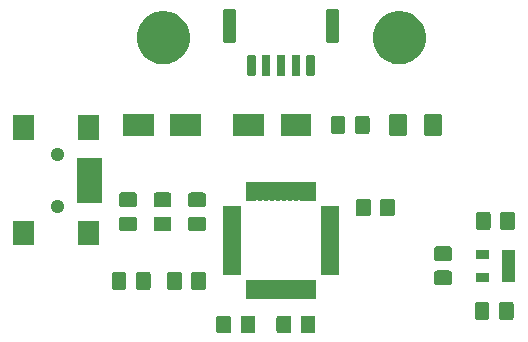
<source format=gbr>
%TF.GenerationSoftware,KiCad,Pcbnew,(6.0.0-rc1-dev-1583-gb0ab53ac2)*%
%TF.CreationDate,2019-01-25T22:49:34+01:00*%
%TF.ProjectId,SliderBar,536c6964-6572-4426-9172-2e6b69636164,rev?*%
%TF.SameCoordinates,Original*%
%TF.FileFunction,Soldermask,Top*%
%TF.FilePolarity,Negative*%
%FSLAX46Y46*%
G04 Gerber Fmt 4.6, Leading zero omitted, Abs format (unit mm)*
G04 Created by KiCad (PCBNEW (6.0.0-rc1-dev-1583-gb0ab53ac2)) date 25/01/19 22:49:34 PM*
%MOMM*%
%LPD*%
G04 APERTURE LIST*
%ADD10C,0.100000*%
G04 APERTURE END LIST*
D10*
G36*
X165064543Y-77358663D02*
G01*
X165102222Y-77370093D01*
X165136939Y-77388650D01*
X165167374Y-77413626D01*
X165192350Y-77444061D01*
X165210907Y-77478778D01*
X165222337Y-77516457D01*
X165226800Y-77561773D01*
X165226800Y-78648227D01*
X165222337Y-78693543D01*
X165210907Y-78731222D01*
X165192350Y-78765939D01*
X165167374Y-78796374D01*
X165136939Y-78821350D01*
X165102222Y-78839907D01*
X165064543Y-78851337D01*
X165019227Y-78855800D01*
X164182773Y-78855800D01*
X164137457Y-78851337D01*
X164099778Y-78839907D01*
X164065061Y-78821350D01*
X164034626Y-78796374D01*
X164009650Y-78765939D01*
X163991093Y-78731222D01*
X163979663Y-78693543D01*
X163975200Y-78648227D01*
X163975200Y-77561773D01*
X163979663Y-77516457D01*
X163991093Y-77478778D01*
X164009650Y-77444061D01*
X164034626Y-77413626D01*
X164065061Y-77388650D01*
X164099778Y-77370093D01*
X164137457Y-77358663D01*
X164182773Y-77354200D01*
X165019227Y-77354200D01*
X165064543Y-77358663D01*
X165064543Y-77358663D01*
G37*
G36*
X163014543Y-77358663D02*
G01*
X163052222Y-77370093D01*
X163086939Y-77388650D01*
X163117374Y-77413626D01*
X163142350Y-77444061D01*
X163160907Y-77478778D01*
X163172337Y-77516457D01*
X163176800Y-77561773D01*
X163176800Y-78648227D01*
X163172337Y-78693543D01*
X163160907Y-78731222D01*
X163142350Y-78765939D01*
X163117374Y-78796374D01*
X163086939Y-78821350D01*
X163052222Y-78839907D01*
X163014543Y-78851337D01*
X162969227Y-78855800D01*
X162132773Y-78855800D01*
X162087457Y-78851337D01*
X162049778Y-78839907D01*
X162015061Y-78821350D01*
X161984626Y-78796374D01*
X161959650Y-78765939D01*
X161941093Y-78731222D01*
X161929663Y-78693543D01*
X161925200Y-78648227D01*
X161925200Y-77561773D01*
X161929663Y-77516457D01*
X161941093Y-77478778D01*
X161959650Y-77444061D01*
X161984626Y-77413626D01*
X162015061Y-77388650D01*
X162049778Y-77370093D01*
X162087457Y-77358663D01*
X162132773Y-77354200D01*
X162969227Y-77354200D01*
X163014543Y-77358663D01*
X163014543Y-77358663D01*
G37*
G36*
X159975543Y-77358663D02*
G01*
X160013222Y-77370093D01*
X160047939Y-77388650D01*
X160078374Y-77413626D01*
X160103350Y-77444061D01*
X160121907Y-77478778D01*
X160133337Y-77516457D01*
X160137800Y-77561773D01*
X160137800Y-78648227D01*
X160133337Y-78693543D01*
X160121907Y-78731222D01*
X160103350Y-78765939D01*
X160078374Y-78796374D01*
X160047939Y-78821350D01*
X160013222Y-78839907D01*
X159975543Y-78851337D01*
X159930227Y-78855800D01*
X159093773Y-78855800D01*
X159048457Y-78851337D01*
X159010778Y-78839907D01*
X158976061Y-78821350D01*
X158945626Y-78796374D01*
X158920650Y-78765939D01*
X158902093Y-78731222D01*
X158890663Y-78693543D01*
X158886200Y-78648227D01*
X158886200Y-77561773D01*
X158890663Y-77516457D01*
X158902093Y-77478778D01*
X158920650Y-77444061D01*
X158945626Y-77413626D01*
X158976061Y-77388650D01*
X159010778Y-77370093D01*
X159048457Y-77358663D01*
X159093773Y-77354200D01*
X159930227Y-77354200D01*
X159975543Y-77358663D01*
X159975543Y-77358663D01*
G37*
G36*
X157925543Y-77358663D02*
G01*
X157963222Y-77370093D01*
X157997939Y-77388650D01*
X158028374Y-77413626D01*
X158053350Y-77444061D01*
X158071907Y-77478778D01*
X158083337Y-77516457D01*
X158087800Y-77561773D01*
X158087800Y-78648227D01*
X158083337Y-78693543D01*
X158071907Y-78731222D01*
X158053350Y-78765939D01*
X158028374Y-78796374D01*
X157997939Y-78821350D01*
X157963222Y-78839907D01*
X157925543Y-78851337D01*
X157880227Y-78855800D01*
X157043773Y-78855800D01*
X156998457Y-78851337D01*
X156960778Y-78839907D01*
X156926061Y-78821350D01*
X156895626Y-78796374D01*
X156870650Y-78765939D01*
X156852093Y-78731222D01*
X156840663Y-78693543D01*
X156836200Y-78648227D01*
X156836200Y-77561773D01*
X156840663Y-77516457D01*
X156852093Y-77478778D01*
X156870650Y-77444061D01*
X156895626Y-77413626D01*
X156926061Y-77388650D01*
X156960778Y-77370093D01*
X156998457Y-77358663D01*
X157043773Y-77354200D01*
X157880227Y-77354200D01*
X157925543Y-77358663D01*
X157925543Y-77358663D01*
G37*
G36*
X181837543Y-76215663D02*
G01*
X181875222Y-76227093D01*
X181909939Y-76245650D01*
X181940374Y-76270626D01*
X181965350Y-76301061D01*
X181983907Y-76335778D01*
X181995337Y-76373457D01*
X181999800Y-76418773D01*
X181999800Y-77505227D01*
X181995337Y-77550543D01*
X181983907Y-77588222D01*
X181965350Y-77622939D01*
X181940374Y-77653374D01*
X181909939Y-77678350D01*
X181875222Y-77696907D01*
X181837543Y-77708337D01*
X181792227Y-77712800D01*
X180955773Y-77712800D01*
X180910457Y-77708337D01*
X180872778Y-77696907D01*
X180838061Y-77678350D01*
X180807626Y-77653374D01*
X180782650Y-77622939D01*
X180764093Y-77588222D01*
X180752663Y-77550543D01*
X180748200Y-77505227D01*
X180748200Y-76418773D01*
X180752663Y-76373457D01*
X180764093Y-76335778D01*
X180782650Y-76301061D01*
X180807626Y-76270626D01*
X180838061Y-76245650D01*
X180872778Y-76227093D01*
X180910457Y-76215663D01*
X180955773Y-76211200D01*
X181792227Y-76211200D01*
X181837543Y-76215663D01*
X181837543Y-76215663D01*
G37*
G36*
X179787543Y-76215663D02*
G01*
X179825222Y-76227093D01*
X179859939Y-76245650D01*
X179890374Y-76270626D01*
X179915350Y-76301061D01*
X179933907Y-76335778D01*
X179945337Y-76373457D01*
X179949800Y-76418773D01*
X179949800Y-77505227D01*
X179945337Y-77550543D01*
X179933907Y-77588222D01*
X179915350Y-77622939D01*
X179890374Y-77653374D01*
X179859939Y-77678350D01*
X179825222Y-77696907D01*
X179787543Y-77708337D01*
X179742227Y-77712800D01*
X178905773Y-77712800D01*
X178860457Y-77708337D01*
X178822778Y-77696907D01*
X178788061Y-77678350D01*
X178757626Y-77653374D01*
X178732650Y-77622939D01*
X178714093Y-77588222D01*
X178702663Y-77550543D01*
X178698200Y-77505227D01*
X178698200Y-76418773D01*
X178702663Y-76373457D01*
X178714093Y-76335778D01*
X178732650Y-76301061D01*
X178757626Y-76270626D01*
X178788061Y-76245650D01*
X178822778Y-76227093D01*
X178860457Y-76215663D01*
X178905773Y-76211200D01*
X179742227Y-76211200D01*
X179787543Y-76215663D01*
X179787543Y-76215663D01*
G37*
G36*
X159726172Y-74368521D02*
G01*
X159733174Y-74370645D01*
X159747072Y-74378074D01*
X159769711Y-74387452D01*
X159793744Y-74392234D01*
X159818248Y-74392234D01*
X159842282Y-74387455D01*
X159864928Y-74378074D01*
X159878826Y-74370645D01*
X159885828Y-74368521D01*
X159899240Y-74367200D01*
X160212760Y-74367200D01*
X160226172Y-74368521D01*
X160233174Y-74370645D01*
X160247072Y-74378074D01*
X160269711Y-74387452D01*
X160293744Y-74392234D01*
X160318248Y-74392234D01*
X160342282Y-74387455D01*
X160364928Y-74378074D01*
X160378826Y-74370645D01*
X160385828Y-74368521D01*
X160399240Y-74367200D01*
X160712760Y-74367200D01*
X160726172Y-74368521D01*
X160733174Y-74370645D01*
X160747072Y-74378074D01*
X160769711Y-74387452D01*
X160793744Y-74392234D01*
X160818248Y-74392234D01*
X160842282Y-74387455D01*
X160864928Y-74378074D01*
X160878826Y-74370645D01*
X160885828Y-74368521D01*
X160899240Y-74367200D01*
X161212760Y-74367200D01*
X161226172Y-74368521D01*
X161233174Y-74370645D01*
X161247072Y-74378074D01*
X161269711Y-74387452D01*
X161293744Y-74392234D01*
X161318248Y-74392234D01*
X161342282Y-74387455D01*
X161364928Y-74378074D01*
X161378826Y-74370645D01*
X161385828Y-74368521D01*
X161399240Y-74367200D01*
X161712760Y-74367200D01*
X161726172Y-74368521D01*
X161733174Y-74370645D01*
X161747072Y-74378074D01*
X161769711Y-74387452D01*
X161793744Y-74392234D01*
X161818248Y-74392234D01*
X161842282Y-74387455D01*
X161864928Y-74378074D01*
X161878826Y-74370645D01*
X161885828Y-74368521D01*
X161899240Y-74367200D01*
X162212760Y-74367200D01*
X162226172Y-74368521D01*
X162233174Y-74370645D01*
X162247072Y-74378074D01*
X162269711Y-74387452D01*
X162293744Y-74392234D01*
X162318248Y-74392234D01*
X162342282Y-74387455D01*
X162364928Y-74378074D01*
X162378826Y-74370645D01*
X162385828Y-74368521D01*
X162399240Y-74367200D01*
X162712760Y-74367200D01*
X162726172Y-74368521D01*
X162733174Y-74370645D01*
X162747072Y-74378074D01*
X162769711Y-74387452D01*
X162793744Y-74392234D01*
X162818248Y-74392234D01*
X162842282Y-74387455D01*
X162864928Y-74378074D01*
X162878826Y-74370645D01*
X162885828Y-74368521D01*
X162899240Y-74367200D01*
X163212760Y-74367200D01*
X163226172Y-74368521D01*
X163233174Y-74370645D01*
X163247072Y-74378074D01*
X163269711Y-74387452D01*
X163293744Y-74392234D01*
X163318248Y-74392234D01*
X163342282Y-74387455D01*
X163364928Y-74378074D01*
X163378826Y-74370645D01*
X163385828Y-74368521D01*
X163399240Y-74367200D01*
X163712760Y-74367200D01*
X163726172Y-74368521D01*
X163733174Y-74370645D01*
X163747072Y-74378074D01*
X163769711Y-74387452D01*
X163793744Y-74392234D01*
X163818248Y-74392234D01*
X163842282Y-74387455D01*
X163864928Y-74378074D01*
X163878826Y-74370645D01*
X163885828Y-74368521D01*
X163899240Y-74367200D01*
X164212760Y-74367200D01*
X164226172Y-74368521D01*
X164233174Y-74370645D01*
X164247072Y-74378074D01*
X164269711Y-74387452D01*
X164293744Y-74392234D01*
X164318248Y-74392234D01*
X164342282Y-74387455D01*
X164364928Y-74378074D01*
X164378826Y-74370645D01*
X164385828Y-74368521D01*
X164399240Y-74367200D01*
X164712760Y-74367200D01*
X164726172Y-74368521D01*
X164733174Y-74370645D01*
X164747072Y-74378074D01*
X164769711Y-74387452D01*
X164793744Y-74392234D01*
X164818248Y-74392234D01*
X164842282Y-74387455D01*
X164864928Y-74378074D01*
X164878826Y-74370645D01*
X164885828Y-74368521D01*
X164899240Y-74367200D01*
X165212760Y-74367200D01*
X165226172Y-74368521D01*
X165233175Y-74370645D01*
X165239619Y-74374090D01*
X165245272Y-74378728D01*
X165249910Y-74384381D01*
X165253355Y-74390825D01*
X165255479Y-74397828D01*
X165256800Y-74411240D01*
X165256800Y-75899760D01*
X165255479Y-75913172D01*
X165253355Y-75920175D01*
X165249910Y-75926619D01*
X165245272Y-75932272D01*
X165239619Y-75936910D01*
X165233175Y-75940355D01*
X165226172Y-75942479D01*
X165212760Y-75943800D01*
X164899240Y-75943800D01*
X164885828Y-75942479D01*
X164878826Y-75940355D01*
X164864928Y-75932926D01*
X164842289Y-75923548D01*
X164818256Y-75918766D01*
X164793752Y-75918766D01*
X164769718Y-75923545D01*
X164747072Y-75932926D01*
X164733174Y-75940355D01*
X164726172Y-75942479D01*
X164712760Y-75943800D01*
X164399240Y-75943800D01*
X164385828Y-75942479D01*
X164378826Y-75940355D01*
X164364928Y-75932926D01*
X164342289Y-75923548D01*
X164318256Y-75918766D01*
X164293752Y-75918766D01*
X164269718Y-75923545D01*
X164247072Y-75932926D01*
X164233174Y-75940355D01*
X164226172Y-75942479D01*
X164212760Y-75943800D01*
X163899240Y-75943800D01*
X163885828Y-75942479D01*
X163878826Y-75940355D01*
X163864928Y-75932926D01*
X163842289Y-75923548D01*
X163818256Y-75918766D01*
X163793752Y-75918766D01*
X163769718Y-75923545D01*
X163747072Y-75932926D01*
X163733174Y-75940355D01*
X163726172Y-75942479D01*
X163712760Y-75943800D01*
X163399240Y-75943800D01*
X163385828Y-75942479D01*
X163378826Y-75940355D01*
X163364928Y-75932926D01*
X163342289Y-75923548D01*
X163318256Y-75918766D01*
X163293752Y-75918766D01*
X163269718Y-75923545D01*
X163247072Y-75932926D01*
X163233174Y-75940355D01*
X163226172Y-75942479D01*
X163212760Y-75943800D01*
X162899240Y-75943800D01*
X162885828Y-75942479D01*
X162878826Y-75940355D01*
X162864928Y-75932926D01*
X162842289Y-75923548D01*
X162818256Y-75918766D01*
X162793752Y-75918766D01*
X162769718Y-75923545D01*
X162747072Y-75932926D01*
X162733174Y-75940355D01*
X162726172Y-75942479D01*
X162712760Y-75943800D01*
X162399240Y-75943800D01*
X162385828Y-75942479D01*
X162378826Y-75940355D01*
X162364928Y-75932926D01*
X162342289Y-75923548D01*
X162318256Y-75918766D01*
X162293752Y-75918766D01*
X162269718Y-75923545D01*
X162247072Y-75932926D01*
X162233174Y-75940355D01*
X162226172Y-75942479D01*
X162212760Y-75943800D01*
X161899240Y-75943800D01*
X161885828Y-75942479D01*
X161878826Y-75940355D01*
X161864928Y-75932926D01*
X161842289Y-75923548D01*
X161818256Y-75918766D01*
X161793752Y-75918766D01*
X161769718Y-75923545D01*
X161747072Y-75932926D01*
X161733174Y-75940355D01*
X161726172Y-75942479D01*
X161712760Y-75943800D01*
X161399240Y-75943800D01*
X161385828Y-75942479D01*
X161378826Y-75940355D01*
X161364928Y-75932926D01*
X161342289Y-75923548D01*
X161318256Y-75918766D01*
X161293752Y-75918766D01*
X161269718Y-75923545D01*
X161247072Y-75932926D01*
X161233174Y-75940355D01*
X161226172Y-75942479D01*
X161212760Y-75943800D01*
X160899240Y-75943800D01*
X160885828Y-75942479D01*
X160878826Y-75940355D01*
X160864928Y-75932926D01*
X160842289Y-75923548D01*
X160818256Y-75918766D01*
X160793752Y-75918766D01*
X160769718Y-75923545D01*
X160747072Y-75932926D01*
X160733174Y-75940355D01*
X160726172Y-75942479D01*
X160712760Y-75943800D01*
X160399240Y-75943800D01*
X160385828Y-75942479D01*
X160378826Y-75940355D01*
X160364928Y-75932926D01*
X160342289Y-75923548D01*
X160318256Y-75918766D01*
X160293752Y-75918766D01*
X160269718Y-75923545D01*
X160247072Y-75932926D01*
X160233174Y-75940355D01*
X160226172Y-75942479D01*
X160212760Y-75943800D01*
X159899240Y-75943800D01*
X159885828Y-75942479D01*
X159878826Y-75940355D01*
X159864928Y-75932926D01*
X159842289Y-75923548D01*
X159818256Y-75918766D01*
X159793752Y-75918766D01*
X159769718Y-75923545D01*
X159747072Y-75932926D01*
X159733174Y-75940355D01*
X159726172Y-75942479D01*
X159712760Y-75943800D01*
X159399240Y-75943800D01*
X159385828Y-75942479D01*
X159378825Y-75940355D01*
X159372381Y-75936910D01*
X159366728Y-75932272D01*
X159362090Y-75926619D01*
X159358645Y-75920175D01*
X159356521Y-75913172D01*
X159355200Y-75899760D01*
X159355200Y-74411240D01*
X159356521Y-74397828D01*
X159358645Y-74390825D01*
X159362090Y-74384381D01*
X159366728Y-74378728D01*
X159372381Y-74374090D01*
X159378825Y-74370645D01*
X159385828Y-74368521D01*
X159399240Y-74367200D01*
X159712760Y-74367200D01*
X159726172Y-74368521D01*
X159726172Y-74368521D01*
G37*
G36*
X151103543Y-73675663D02*
G01*
X151141222Y-73687093D01*
X151175939Y-73705650D01*
X151206374Y-73730626D01*
X151231350Y-73761061D01*
X151249907Y-73795778D01*
X151261337Y-73833457D01*
X151265800Y-73878773D01*
X151265800Y-74965227D01*
X151261337Y-75010543D01*
X151249907Y-75048222D01*
X151231350Y-75082939D01*
X151206374Y-75113374D01*
X151175939Y-75138350D01*
X151141222Y-75156907D01*
X151103543Y-75168337D01*
X151058227Y-75172800D01*
X150221773Y-75172800D01*
X150176457Y-75168337D01*
X150138778Y-75156907D01*
X150104061Y-75138350D01*
X150073626Y-75113374D01*
X150048650Y-75082939D01*
X150030093Y-75048222D01*
X150018663Y-75010543D01*
X150014200Y-74965227D01*
X150014200Y-73878773D01*
X150018663Y-73833457D01*
X150030093Y-73795778D01*
X150048650Y-73761061D01*
X150073626Y-73730626D01*
X150104061Y-73705650D01*
X150138778Y-73687093D01*
X150176457Y-73675663D01*
X150221773Y-73671200D01*
X151058227Y-73671200D01*
X151103543Y-73675663D01*
X151103543Y-73675663D01*
G37*
G36*
X149053543Y-73675663D02*
G01*
X149091222Y-73687093D01*
X149125939Y-73705650D01*
X149156374Y-73730626D01*
X149181350Y-73761061D01*
X149199907Y-73795778D01*
X149211337Y-73833457D01*
X149215800Y-73878773D01*
X149215800Y-74965227D01*
X149211337Y-75010543D01*
X149199907Y-75048222D01*
X149181350Y-75082939D01*
X149156374Y-75113374D01*
X149125939Y-75138350D01*
X149091222Y-75156907D01*
X149053543Y-75168337D01*
X149008227Y-75172800D01*
X148171773Y-75172800D01*
X148126457Y-75168337D01*
X148088778Y-75156907D01*
X148054061Y-75138350D01*
X148023626Y-75113374D01*
X147998650Y-75082939D01*
X147980093Y-75048222D01*
X147968663Y-75010543D01*
X147964200Y-74965227D01*
X147964200Y-73878773D01*
X147968663Y-73833457D01*
X147980093Y-73795778D01*
X147998650Y-73761061D01*
X148023626Y-73730626D01*
X148054061Y-73705650D01*
X148088778Y-73687093D01*
X148126457Y-73675663D01*
X148171773Y-73671200D01*
X149008227Y-73671200D01*
X149053543Y-73675663D01*
X149053543Y-73675663D01*
G37*
G36*
X155793543Y-73675663D02*
G01*
X155831222Y-73687093D01*
X155865939Y-73705650D01*
X155896374Y-73730626D01*
X155921350Y-73761061D01*
X155939907Y-73795778D01*
X155951337Y-73833457D01*
X155955800Y-73878773D01*
X155955800Y-74965227D01*
X155951337Y-75010543D01*
X155939907Y-75048222D01*
X155921350Y-75082939D01*
X155896374Y-75113374D01*
X155865939Y-75138350D01*
X155831222Y-75156907D01*
X155793543Y-75168337D01*
X155748227Y-75172800D01*
X154911773Y-75172800D01*
X154866457Y-75168337D01*
X154828778Y-75156907D01*
X154794061Y-75138350D01*
X154763626Y-75113374D01*
X154738650Y-75082939D01*
X154720093Y-75048222D01*
X154708663Y-75010543D01*
X154704200Y-74965227D01*
X154704200Y-73878773D01*
X154708663Y-73833457D01*
X154720093Y-73795778D01*
X154738650Y-73761061D01*
X154763626Y-73730626D01*
X154794061Y-73705650D01*
X154828778Y-73687093D01*
X154866457Y-73675663D01*
X154911773Y-73671200D01*
X155748227Y-73671200D01*
X155793543Y-73675663D01*
X155793543Y-73675663D01*
G37*
G36*
X153743543Y-73675663D02*
G01*
X153781222Y-73687093D01*
X153815939Y-73705650D01*
X153846374Y-73730626D01*
X153871350Y-73761061D01*
X153889907Y-73795778D01*
X153901337Y-73833457D01*
X153905800Y-73878773D01*
X153905800Y-74965227D01*
X153901337Y-75010543D01*
X153889907Y-75048222D01*
X153871350Y-75082939D01*
X153846374Y-75113374D01*
X153815939Y-75138350D01*
X153781222Y-75156907D01*
X153743543Y-75168337D01*
X153698227Y-75172800D01*
X152861773Y-75172800D01*
X152816457Y-75168337D01*
X152778778Y-75156907D01*
X152744061Y-75138350D01*
X152713626Y-75113374D01*
X152688650Y-75082939D01*
X152670093Y-75048222D01*
X152658663Y-75010543D01*
X152654200Y-74965227D01*
X152654200Y-73878773D01*
X152658663Y-73833457D01*
X152670093Y-73795778D01*
X152688650Y-73761061D01*
X152713626Y-73730626D01*
X152744061Y-73705650D01*
X152778778Y-73687093D01*
X152816457Y-73675663D01*
X152861773Y-73671200D01*
X153698227Y-73671200D01*
X153743543Y-73675663D01*
X153743543Y-73675663D01*
G37*
G36*
X176610543Y-73546662D02*
G01*
X176648222Y-73558092D01*
X176682939Y-73576649D01*
X176713374Y-73601625D01*
X176738350Y-73632060D01*
X176756907Y-73666777D01*
X176768337Y-73704456D01*
X176772800Y-73749772D01*
X176772800Y-74586226D01*
X176768337Y-74631542D01*
X176756907Y-74669221D01*
X176738350Y-74703938D01*
X176713374Y-74734373D01*
X176682939Y-74759349D01*
X176648222Y-74777906D01*
X176610543Y-74789336D01*
X176565227Y-74793799D01*
X175478773Y-74793799D01*
X175433457Y-74789336D01*
X175395778Y-74777906D01*
X175361061Y-74759349D01*
X175330626Y-74734373D01*
X175305650Y-74703938D01*
X175287093Y-74669221D01*
X175275663Y-74631542D01*
X175271200Y-74586226D01*
X175271200Y-73749772D01*
X175275663Y-73704456D01*
X175287093Y-73666777D01*
X175305650Y-73632060D01*
X175330626Y-73601625D01*
X175361061Y-73576649D01*
X175395778Y-73558092D01*
X175433457Y-73546662D01*
X175478773Y-73542199D01*
X176565227Y-73542199D01*
X176610543Y-73546662D01*
X176610543Y-73546662D01*
G37*
G36*
X179947800Y-74477800D02*
G01*
X178786200Y-74477800D01*
X178786200Y-73726200D01*
X179947800Y-73726200D01*
X179947800Y-74477800D01*
X179947800Y-74477800D01*
G37*
G36*
X182147800Y-74477800D02*
G01*
X180986200Y-74477800D01*
X180986200Y-71826200D01*
X182147800Y-71826200D01*
X182147800Y-74477800D01*
X182147800Y-74477800D01*
G37*
G36*
X167226172Y-68043521D02*
G01*
X167233175Y-68045645D01*
X167239619Y-68049090D01*
X167245272Y-68053728D01*
X167249910Y-68059381D01*
X167253355Y-68065825D01*
X167255479Y-68072828D01*
X167256800Y-68086240D01*
X167256800Y-68399760D01*
X167255479Y-68413172D01*
X167253355Y-68420174D01*
X167245926Y-68434072D01*
X167236548Y-68456711D01*
X167231766Y-68480744D01*
X167231766Y-68505248D01*
X167236545Y-68529282D01*
X167245926Y-68551928D01*
X167253355Y-68565826D01*
X167255479Y-68572828D01*
X167256800Y-68586240D01*
X167256800Y-68899760D01*
X167255479Y-68913172D01*
X167253355Y-68920174D01*
X167245926Y-68934072D01*
X167236548Y-68956711D01*
X167231766Y-68980744D01*
X167231766Y-69005248D01*
X167236545Y-69029282D01*
X167245926Y-69051928D01*
X167253355Y-69065826D01*
X167255479Y-69072828D01*
X167256800Y-69086240D01*
X167256800Y-69399760D01*
X167255479Y-69413172D01*
X167253355Y-69420174D01*
X167245926Y-69434072D01*
X167236548Y-69456711D01*
X167231766Y-69480744D01*
X167231766Y-69505248D01*
X167236545Y-69529282D01*
X167245926Y-69551928D01*
X167253355Y-69565826D01*
X167255479Y-69572828D01*
X167256800Y-69586240D01*
X167256800Y-69899760D01*
X167255479Y-69913172D01*
X167253355Y-69920174D01*
X167245926Y-69934072D01*
X167236548Y-69956711D01*
X167231766Y-69980744D01*
X167231766Y-70005248D01*
X167236545Y-70029282D01*
X167245926Y-70051928D01*
X167253355Y-70065826D01*
X167255479Y-70072828D01*
X167256800Y-70086240D01*
X167256800Y-70399760D01*
X167255479Y-70413172D01*
X167253355Y-70420174D01*
X167245926Y-70434072D01*
X167236548Y-70456711D01*
X167231766Y-70480744D01*
X167231766Y-70505248D01*
X167236545Y-70529282D01*
X167245926Y-70551928D01*
X167253355Y-70565826D01*
X167255479Y-70572828D01*
X167256800Y-70586240D01*
X167256800Y-70899760D01*
X167255479Y-70913172D01*
X167253355Y-70920174D01*
X167245926Y-70934072D01*
X167236548Y-70956711D01*
X167231766Y-70980744D01*
X167231766Y-71005248D01*
X167236545Y-71029282D01*
X167245926Y-71051928D01*
X167253355Y-71065826D01*
X167255479Y-71072828D01*
X167256800Y-71086240D01*
X167256800Y-71399760D01*
X167255479Y-71413172D01*
X167253355Y-71420174D01*
X167245926Y-71434072D01*
X167236548Y-71456711D01*
X167231766Y-71480744D01*
X167231766Y-71505248D01*
X167236545Y-71529282D01*
X167245926Y-71551928D01*
X167253355Y-71565826D01*
X167255479Y-71572828D01*
X167256800Y-71586240D01*
X167256800Y-71899760D01*
X167255479Y-71913172D01*
X167253355Y-71920174D01*
X167245926Y-71934072D01*
X167236548Y-71956711D01*
X167231766Y-71980744D01*
X167231766Y-72005248D01*
X167236545Y-72029282D01*
X167245926Y-72051928D01*
X167253355Y-72065826D01*
X167255479Y-72072828D01*
X167256800Y-72086240D01*
X167256800Y-72399760D01*
X167255479Y-72413172D01*
X167253355Y-72420174D01*
X167245926Y-72434072D01*
X167236548Y-72456711D01*
X167231766Y-72480744D01*
X167231766Y-72505248D01*
X167236545Y-72529282D01*
X167245926Y-72551928D01*
X167253355Y-72565826D01*
X167255479Y-72572828D01*
X167256800Y-72586240D01*
X167256800Y-72899760D01*
X167255479Y-72913172D01*
X167253355Y-72920174D01*
X167245926Y-72934072D01*
X167236548Y-72956711D01*
X167231766Y-72980744D01*
X167231766Y-73005248D01*
X167236545Y-73029282D01*
X167245926Y-73051928D01*
X167253355Y-73065826D01*
X167255479Y-73072828D01*
X167256800Y-73086240D01*
X167256800Y-73399760D01*
X167255479Y-73413172D01*
X167253355Y-73420174D01*
X167245926Y-73434072D01*
X167236548Y-73456711D01*
X167231766Y-73480744D01*
X167231766Y-73505248D01*
X167236545Y-73529282D01*
X167245926Y-73551928D01*
X167253355Y-73565826D01*
X167255479Y-73572828D01*
X167256800Y-73586240D01*
X167256800Y-73899760D01*
X167255479Y-73913172D01*
X167253355Y-73920175D01*
X167249910Y-73926619D01*
X167245272Y-73932272D01*
X167239619Y-73936910D01*
X167233175Y-73940355D01*
X167226172Y-73942479D01*
X167212760Y-73943800D01*
X165724240Y-73943800D01*
X165710828Y-73942479D01*
X165703825Y-73940355D01*
X165697381Y-73936910D01*
X165691728Y-73932272D01*
X165687090Y-73926619D01*
X165683645Y-73920175D01*
X165681521Y-73913172D01*
X165680200Y-73899760D01*
X165680200Y-73586240D01*
X165681521Y-73572828D01*
X165683645Y-73565826D01*
X165691074Y-73551928D01*
X165700452Y-73529289D01*
X165705234Y-73505256D01*
X165705234Y-73480752D01*
X165700455Y-73456718D01*
X165691074Y-73434072D01*
X165683645Y-73420174D01*
X165681521Y-73413172D01*
X165680200Y-73399760D01*
X165680200Y-73086240D01*
X165681521Y-73072828D01*
X165683645Y-73065826D01*
X165691074Y-73051928D01*
X165700452Y-73029289D01*
X165705234Y-73005256D01*
X165705234Y-72980752D01*
X165700455Y-72956718D01*
X165691074Y-72934072D01*
X165683645Y-72920174D01*
X165681521Y-72913172D01*
X165680200Y-72899760D01*
X165680200Y-72586240D01*
X165681521Y-72572828D01*
X165683645Y-72565826D01*
X165691074Y-72551928D01*
X165700452Y-72529289D01*
X165705234Y-72505256D01*
X165705234Y-72480752D01*
X165700455Y-72456718D01*
X165691074Y-72434072D01*
X165683645Y-72420174D01*
X165681521Y-72413172D01*
X165680200Y-72399760D01*
X165680200Y-72086240D01*
X165681521Y-72072828D01*
X165683645Y-72065826D01*
X165691074Y-72051928D01*
X165700452Y-72029289D01*
X165705234Y-72005256D01*
X165705234Y-71980752D01*
X165700455Y-71956718D01*
X165691074Y-71934072D01*
X165683645Y-71920174D01*
X165681521Y-71913172D01*
X165680200Y-71899760D01*
X165680200Y-71586240D01*
X165681521Y-71572828D01*
X165683645Y-71565826D01*
X165691074Y-71551928D01*
X165700452Y-71529289D01*
X165705234Y-71505256D01*
X165705234Y-71480752D01*
X165700455Y-71456718D01*
X165691074Y-71434072D01*
X165683645Y-71420174D01*
X165681521Y-71413172D01*
X165680200Y-71399760D01*
X165680200Y-71086240D01*
X165681521Y-71072828D01*
X165683645Y-71065826D01*
X165691074Y-71051928D01*
X165700452Y-71029289D01*
X165705234Y-71005256D01*
X165705234Y-70980752D01*
X165700455Y-70956718D01*
X165691074Y-70934072D01*
X165683645Y-70920174D01*
X165681521Y-70913172D01*
X165680200Y-70899760D01*
X165680200Y-70586240D01*
X165681521Y-70572828D01*
X165683645Y-70565826D01*
X165691074Y-70551928D01*
X165700452Y-70529289D01*
X165705234Y-70505256D01*
X165705234Y-70480752D01*
X165700455Y-70456718D01*
X165691074Y-70434072D01*
X165683645Y-70420174D01*
X165681521Y-70413172D01*
X165680200Y-70399760D01*
X165680200Y-70086240D01*
X165681521Y-70072828D01*
X165683645Y-70065826D01*
X165691074Y-70051928D01*
X165700452Y-70029289D01*
X165705234Y-70005256D01*
X165705234Y-69980752D01*
X165700455Y-69956718D01*
X165691074Y-69934072D01*
X165683645Y-69920174D01*
X165681521Y-69913172D01*
X165680200Y-69899760D01*
X165680200Y-69586240D01*
X165681521Y-69572828D01*
X165683645Y-69565826D01*
X165691074Y-69551928D01*
X165700452Y-69529289D01*
X165705234Y-69505256D01*
X165705234Y-69480752D01*
X165700455Y-69456718D01*
X165691074Y-69434072D01*
X165683645Y-69420174D01*
X165681521Y-69413172D01*
X165680200Y-69399760D01*
X165680200Y-69086240D01*
X165681521Y-69072828D01*
X165683645Y-69065826D01*
X165691074Y-69051928D01*
X165700452Y-69029289D01*
X165705234Y-69005256D01*
X165705234Y-68980752D01*
X165700455Y-68956718D01*
X165691074Y-68934072D01*
X165683645Y-68920174D01*
X165681521Y-68913172D01*
X165680200Y-68899760D01*
X165680200Y-68586240D01*
X165681521Y-68572828D01*
X165683645Y-68565826D01*
X165691074Y-68551928D01*
X165700452Y-68529289D01*
X165705234Y-68505256D01*
X165705234Y-68480752D01*
X165700455Y-68456718D01*
X165691074Y-68434072D01*
X165683645Y-68420174D01*
X165681521Y-68413172D01*
X165680200Y-68399760D01*
X165680200Y-68086240D01*
X165681521Y-68072828D01*
X165683645Y-68065825D01*
X165687090Y-68059381D01*
X165691728Y-68053728D01*
X165697381Y-68049090D01*
X165703825Y-68045645D01*
X165710828Y-68043521D01*
X165724240Y-68042200D01*
X167212760Y-68042200D01*
X167226172Y-68043521D01*
X167226172Y-68043521D01*
G37*
G36*
X158901172Y-68043521D02*
G01*
X158908175Y-68045645D01*
X158914619Y-68049090D01*
X158920272Y-68053728D01*
X158924910Y-68059381D01*
X158928355Y-68065825D01*
X158930479Y-68072828D01*
X158931800Y-68086240D01*
X158931800Y-68399760D01*
X158930479Y-68413172D01*
X158928355Y-68420174D01*
X158920926Y-68434072D01*
X158911548Y-68456711D01*
X158906766Y-68480744D01*
X158906766Y-68505248D01*
X158911545Y-68529282D01*
X158920926Y-68551928D01*
X158928355Y-68565826D01*
X158930479Y-68572828D01*
X158931800Y-68586240D01*
X158931800Y-68899760D01*
X158930479Y-68913172D01*
X158928355Y-68920174D01*
X158920926Y-68934072D01*
X158911548Y-68956711D01*
X158906766Y-68980744D01*
X158906766Y-69005248D01*
X158911545Y-69029282D01*
X158920926Y-69051928D01*
X158928355Y-69065826D01*
X158930479Y-69072828D01*
X158931800Y-69086240D01*
X158931800Y-69399760D01*
X158930479Y-69413172D01*
X158928355Y-69420174D01*
X158920926Y-69434072D01*
X158911548Y-69456711D01*
X158906766Y-69480744D01*
X158906766Y-69505248D01*
X158911545Y-69529282D01*
X158920926Y-69551928D01*
X158928355Y-69565826D01*
X158930479Y-69572828D01*
X158931800Y-69586240D01*
X158931800Y-69899760D01*
X158930479Y-69913172D01*
X158928355Y-69920174D01*
X158920926Y-69934072D01*
X158911548Y-69956711D01*
X158906766Y-69980744D01*
X158906766Y-70005248D01*
X158911545Y-70029282D01*
X158920926Y-70051928D01*
X158928355Y-70065826D01*
X158930479Y-70072828D01*
X158931800Y-70086240D01*
X158931800Y-70399760D01*
X158930479Y-70413172D01*
X158928355Y-70420174D01*
X158920926Y-70434072D01*
X158911548Y-70456711D01*
X158906766Y-70480744D01*
X158906766Y-70505248D01*
X158911545Y-70529282D01*
X158920926Y-70551928D01*
X158928355Y-70565826D01*
X158930479Y-70572828D01*
X158931800Y-70586240D01*
X158931800Y-70899760D01*
X158930479Y-70913172D01*
X158928355Y-70920174D01*
X158920926Y-70934072D01*
X158911548Y-70956711D01*
X158906766Y-70980744D01*
X158906766Y-71005248D01*
X158911545Y-71029282D01*
X158920926Y-71051928D01*
X158928355Y-71065826D01*
X158930479Y-71072828D01*
X158931800Y-71086240D01*
X158931800Y-71399760D01*
X158930479Y-71413172D01*
X158928355Y-71420174D01*
X158920926Y-71434072D01*
X158911548Y-71456711D01*
X158906766Y-71480744D01*
X158906766Y-71505248D01*
X158911545Y-71529282D01*
X158920926Y-71551928D01*
X158928355Y-71565826D01*
X158930479Y-71572828D01*
X158931800Y-71586240D01*
X158931800Y-71899760D01*
X158930479Y-71913172D01*
X158928355Y-71920174D01*
X158920926Y-71934072D01*
X158911548Y-71956711D01*
X158906766Y-71980744D01*
X158906766Y-72005248D01*
X158911545Y-72029282D01*
X158920926Y-72051928D01*
X158928355Y-72065826D01*
X158930479Y-72072828D01*
X158931800Y-72086240D01*
X158931800Y-72399760D01*
X158930479Y-72413172D01*
X158928355Y-72420174D01*
X158920926Y-72434072D01*
X158911548Y-72456711D01*
X158906766Y-72480744D01*
X158906766Y-72505248D01*
X158911545Y-72529282D01*
X158920926Y-72551928D01*
X158928355Y-72565826D01*
X158930479Y-72572828D01*
X158931800Y-72586240D01*
X158931800Y-72899760D01*
X158930479Y-72913172D01*
X158928355Y-72920174D01*
X158920926Y-72934072D01*
X158911548Y-72956711D01*
X158906766Y-72980744D01*
X158906766Y-73005248D01*
X158911545Y-73029282D01*
X158920926Y-73051928D01*
X158928355Y-73065826D01*
X158930479Y-73072828D01*
X158931800Y-73086240D01*
X158931800Y-73399760D01*
X158930479Y-73413172D01*
X158928355Y-73420174D01*
X158920926Y-73434072D01*
X158911548Y-73456711D01*
X158906766Y-73480744D01*
X158906766Y-73505248D01*
X158911545Y-73529282D01*
X158920926Y-73551928D01*
X158928355Y-73565826D01*
X158930479Y-73572828D01*
X158931800Y-73586240D01*
X158931800Y-73899760D01*
X158930479Y-73913172D01*
X158928355Y-73920175D01*
X158924910Y-73926619D01*
X158920272Y-73932272D01*
X158914619Y-73936910D01*
X158908175Y-73940355D01*
X158901172Y-73942479D01*
X158887760Y-73943800D01*
X157399240Y-73943800D01*
X157385828Y-73942479D01*
X157378825Y-73940355D01*
X157372381Y-73936910D01*
X157366728Y-73932272D01*
X157362090Y-73926619D01*
X157358645Y-73920175D01*
X157356521Y-73913172D01*
X157355200Y-73899760D01*
X157355200Y-73586240D01*
X157356521Y-73572828D01*
X157358645Y-73565826D01*
X157366074Y-73551928D01*
X157375452Y-73529289D01*
X157380234Y-73505256D01*
X157380234Y-73480752D01*
X157375455Y-73456718D01*
X157366074Y-73434072D01*
X157358645Y-73420174D01*
X157356521Y-73413172D01*
X157355200Y-73399760D01*
X157355200Y-73086240D01*
X157356521Y-73072828D01*
X157358645Y-73065826D01*
X157366074Y-73051928D01*
X157375452Y-73029289D01*
X157380234Y-73005256D01*
X157380234Y-72980752D01*
X157375455Y-72956718D01*
X157366074Y-72934072D01*
X157358645Y-72920174D01*
X157356521Y-72913172D01*
X157355200Y-72899760D01*
X157355200Y-72586240D01*
X157356521Y-72572828D01*
X157358645Y-72565826D01*
X157366074Y-72551928D01*
X157375452Y-72529289D01*
X157380234Y-72505256D01*
X157380234Y-72480752D01*
X157375455Y-72456718D01*
X157366074Y-72434072D01*
X157358645Y-72420174D01*
X157356521Y-72413172D01*
X157355200Y-72399760D01*
X157355200Y-72086240D01*
X157356521Y-72072828D01*
X157358645Y-72065826D01*
X157366074Y-72051928D01*
X157375452Y-72029289D01*
X157380234Y-72005256D01*
X157380234Y-71980752D01*
X157375455Y-71956718D01*
X157366074Y-71934072D01*
X157358645Y-71920174D01*
X157356521Y-71913172D01*
X157355200Y-71899760D01*
X157355200Y-71586240D01*
X157356521Y-71572828D01*
X157358645Y-71565826D01*
X157366074Y-71551928D01*
X157375452Y-71529289D01*
X157380234Y-71505256D01*
X157380234Y-71480752D01*
X157375455Y-71456718D01*
X157366074Y-71434072D01*
X157358645Y-71420174D01*
X157356521Y-71413172D01*
X157355200Y-71399760D01*
X157355200Y-71086240D01*
X157356521Y-71072828D01*
X157358645Y-71065826D01*
X157366074Y-71051928D01*
X157375452Y-71029289D01*
X157380234Y-71005256D01*
X157380234Y-70980752D01*
X157375455Y-70956718D01*
X157366074Y-70934072D01*
X157358645Y-70920174D01*
X157356521Y-70913172D01*
X157355200Y-70899760D01*
X157355200Y-70586240D01*
X157356521Y-70572828D01*
X157358645Y-70565826D01*
X157366074Y-70551928D01*
X157375452Y-70529289D01*
X157380234Y-70505256D01*
X157380234Y-70480752D01*
X157375455Y-70456718D01*
X157366074Y-70434072D01*
X157358645Y-70420174D01*
X157356521Y-70413172D01*
X157355200Y-70399760D01*
X157355200Y-70086240D01*
X157356521Y-70072828D01*
X157358645Y-70065826D01*
X157366074Y-70051928D01*
X157375452Y-70029289D01*
X157380234Y-70005256D01*
X157380234Y-69980752D01*
X157375455Y-69956718D01*
X157366074Y-69934072D01*
X157358645Y-69920174D01*
X157356521Y-69913172D01*
X157355200Y-69899760D01*
X157355200Y-69586240D01*
X157356521Y-69572828D01*
X157358645Y-69565826D01*
X157366074Y-69551928D01*
X157375452Y-69529289D01*
X157380234Y-69505256D01*
X157380234Y-69480752D01*
X157375455Y-69456718D01*
X157366074Y-69434072D01*
X157358645Y-69420174D01*
X157356521Y-69413172D01*
X157355200Y-69399760D01*
X157355200Y-69086240D01*
X157356521Y-69072828D01*
X157358645Y-69065826D01*
X157366074Y-69051928D01*
X157375452Y-69029289D01*
X157380234Y-69005256D01*
X157380234Y-68980752D01*
X157375455Y-68956718D01*
X157366074Y-68934072D01*
X157358645Y-68920174D01*
X157356521Y-68913172D01*
X157355200Y-68899760D01*
X157355200Y-68586240D01*
X157356521Y-68572828D01*
X157358645Y-68565826D01*
X157366074Y-68551928D01*
X157375452Y-68529289D01*
X157380234Y-68505256D01*
X157380234Y-68480752D01*
X157375455Y-68456718D01*
X157366074Y-68434072D01*
X157358645Y-68420174D01*
X157356521Y-68413172D01*
X157355200Y-68399760D01*
X157355200Y-68086240D01*
X157356521Y-68072828D01*
X157358645Y-68065825D01*
X157362090Y-68059381D01*
X157366728Y-68053728D01*
X157372381Y-68049090D01*
X157378825Y-68045645D01*
X157385828Y-68043521D01*
X157399240Y-68042200D01*
X158887760Y-68042200D01*
X158901172Y-68043521D01*
X158901172Y-68043521D01*
G37*
G36*
X176610543Y-71496662D02*
G01*
X176648222Y-71508092D01*
X176682939Y-71526649D01*
X176713374Y-71551625D01*
X176738350Y-71582060D01*
X176756907Y-71616777D01*
X176768337Y-71654456D01*
X176772800Y-71699772D01*
X176772800Y-72536226D01*
X176768337Y-72581542D01*
X176756907Y-72619221D01*
X176738350Y-72653938D01*
X176713374Y-72684373D01*
X176682939Y-72709349D01*
X176648222Y-72727906D01*
X176610543Y-72739336D01*
X176565227Y-72743799D01*
X175478773Y-72743799D01*
X175433457Y-72739336D01*
X175395778Y-72727906D01*
X175361061Y-72709349D01*
X175330626Y-72684373D01*
X175305650Y-72653938D01*
X175287093Y-72619221D01*
X175275663Y-72581542D01*
X175271200Y-72536226D01*
X175271200Y-71699772D01*
X175275663Y-71654456D01*
X175287093Y-71616777D01*
X175305650Y-71582060D01*
X175330626Y-71551625D01*
X175361061Y-71526649D01*
X175395778Y-71508092D01*
X175433457Y-71496662D01*
X175478773Y-71492199D01*
X176565227Y-71492199D01*
X176610543Y-71496662D01*
X176610543Y-71496662D01*
G37*
G36*
X179947800Y-72577800D02*
G01*
X178786200Y-72577800D01*
X178786200Y-71826200D01*
X179947800Y-71826200D01*
X179947800Y-72577800D01*
X179947800Y-72577800D01*
G37*
G36*
X146883800Y-71413800D02*
G01*
X145082200Y-71413800D01*
X145082200Y-69312200D01*
X146883800Y-69312200D01*
X146883800Y-71413800D01*
X146883800Y-71413800D01*
G37*
G36*
X141433800Y-71413800D02*
G01*
X139632200Y-71413800D01*
X139632200Y-69312200D01*
X141433800Y-69312200D01*
X141433800Y-71413800D01*
X141433800Y-71413800D01*
G37*
G36*
X155782543Y-68992664D02*
G01*
X155820222Y-69004094D01*
X155854939Y-69022651D01*
X155885374Y-69047627D01*
X155910350Y-69078062D01*
X155928907Y-69112779D01*
X155940337Y-69150458D01*
X155944800Y-69195774D01*
X155944800Y-70032228D01*
X155940337Y-70077544D01*
X155928907Y-70115223D01*
X155910350Y-70149940D01*
X155885374Y-70180375D01*
X155854939Y-70205351D01*
X155820222Y-70223908D01*
X155782543Y-70235338D01*
X155737227Y-70239801D01*
X154650773Y-70239801D01*
X154605457Y-70235338D01*
X154567778Y-70223908D01*
X154533061Y-70205351D01*
X154502626Y-70180375D01*
X154477650Y-70149940D01*
X154459093Y-70115223D01*
X154447663Y-70077544D01*
X154443200Y-70032228D01*
X154443200Y-69195774D01*
X154447663Y-69150458D01*
X154459093Y-69112779D01*
X154477650Y-69078062D01*
X154502626Y-69047627D01*
X154533061Y-69022651D01*
X154567778Y-69004094D01*
X154605457Y-68992664D01*
X154650773Y-68988201D01*
X155737227Y-68988201D01*
X155782543Y-68992664D01*
X155782543Y-68992664D01*
G37*
G36*
X149940543Y-68983663D02*
G01*
X149978222Y-68995093D01*
X150012939Y-69013650D01*
X150043374Y-69038626D01*
X150068350Y-69069061D01*
X150086907Y-69103778D01*
X150098337Y-69141457D01*
X150102800Y-69186773D01*
X150102800Y-70023227D01*
X150098337Y-70068543D01*
X150086907Y-70106222D01*
X150068350Y-70140939D01*
X150043374Y-70171374D01*
X150012939Y-70196350D01*
X149978222Y-70214907D01*
X149940543Y-70226337D01*
X149895227Y-70230800D01*
X148808773Y-70230800D01*
X148763457Y-70226337D01*
X148725778Y-70214907D01*
X148691061Y-70196350D01*
X148660626Y-70171374D01*
X148635650Y-70140939D01*
X148617093Y-70106222D01*
X148605663Y-70068543D01*
X148601200Y-70023227D01*
X148601200Y-69186773D01*
X148605663Y-69141457D01*
X148617093Y-69103778D01*
X148635650Y-69069061D01*
X148660626Y-69038626D01*
X148691061Y-69013650D01*
X148725778Y-68995093D01*
X148763457Y-68983663D01*
X148808773Y-68979200D01*
X149895227Y-68979200D01*
X149940543Y-68983663D01*
X149940543Y-68983663D01*
G37*
G36*
X152861543Y-68983663D02*
G01*
X152899222Y-68995093D01*
X152933939Y-69013650D01*
X152964374Y-69038626D01*
X152989350Y-69069061D01*
X153007907Y-69103778D01*
X153019337Y-69141457D01*
X153023800Y-69186773D01*
X153023800Y-70023227D01*
X153019337Y-70068543D01*
X153007907Y-70106222D01*
X152989350Y-70140939D01*
X152964374Y-70171374D01*
X152933939Y-70196350D01*
X152899222Y-70214907D01*
X152861543Y-70226337D01*
X152816227Y-70230800D01*
X151729773Y-70230800D01*
X151684457Y-70226337D01*
X151646778Y-70214907D01*
X151612061Y-70196350D01*
X151581626Y-70171374D01*
X151556650Y-70140939D01*
X151538093Y-70106222D01*
X151526663Y-70068543D01*
X151522200Y-70023227D01*
X151522200Y-69186773D01*
X151526663Y-69141457D01*
X151538093Y-69103778D01*
X151556650Y-69069061D01*
X151581626Y-69038626D01*
X151612061Y-69013650D01*
X151646778Y-68995093D01*
X151684457Y-68983663D01*
X151729773Y-68979200D01*
X152816227Y-68979200D01*
X152861543Y-68983663D01*
X152861543Y-68983663D01*
G37*
G36*
X179896543Y-68595663D02*
G01*
X179934222Y-68607093D01*
X179968939Y-68625650D01*
X179999374Y-68650626D01*
X180024350Y-68681061D01*
X180042907Y-68715778D01*
X180054337Y-68753457D01*
X180058800Y-68798773D01*
X180058800Y-69885227D01*
X180054337Y-69930543D01*
X180042907Y-69968222D01*
X180024350Y-70002939D01*
X179999374Y-70033374D01*
X179968939Y-70058350D01*
X179934222Y-70076907D01*
X179896543Y-70088337D01*
X179851227Y-70092800D01*
X179014773Y-70092800D01*
X178969457Y-70088337D01*
X178931778Y-70076907D01*
X178897061Y-70058350D01*
X178866626Y-70033374D01*
X178841650Y-70002939D01*
X178823093Y-69968222D01*
X178811663Y-69930543D01*
X178807200Y-69885227D01*
X178807200Y-68798773D01*
X178811663Y-68753457D01*
X178823093Y-68715778D01*
X178841650Y-68681061D01*
X178866626Y-68650626D01*
X178897061Y-68625650D01*
X178931778Y-68607093D01*
X178969457Y-68595663D01*
X179014773Y-68591200D01*
X179851227Y-68591200D01*
X179896543Y-68595663D01*
X179896543Y-68595663D01*
G37*
G36*
X181946543Y-68595663D02*
G01*
X181984222Y-68607093D01*
X182018939Y-68625650D01*
X182049374Y-68650626D01*
X182074350Y-68681061D01*
X182092907Y-68715778D01*
X182104337Y-68753457D01*
X182108800Y-68798773D01*
X182108800Y-69885227D01*
X182104337Y-69930543D01*
X182092907Y-69968222D01*
X182074350Y-70002939D01*
X182049374Y-70033374D01*
X182018939Y-70058350D01*
X181984222Y-70076907D01*
X181946543Y-70088337D01*
X181901227Y-70092800D01*
X181064773Y-70092800D01*
X181019457Y-70088337D01*
X180981778Y-70076907D01*
X180947061Y-70058350D01*
X180916626Y-70033374D01*
X180891650Y-70002939D01*
X180873093Y-69968222D01*
X180861663Y-69930543D01*
X180857200Y-69885227D01*
X180857200Y-68798773D01*
X180861663Y-68753457D01*
X180873093Y-68715778D01*
X180891650Y-68681061D01*
X180916626Y-68650626D01*
X180947061Y-68625650D01*
X180981778Y-68607093D01*
X181019457Y-68595663D01*
X181064773Y-68591200D01*
X181901227Y-68591200D01*
X181946543Y-68595663D01*
X181946543Y-68595663D01*
G37*
G36*
X169736543Y-67452663D02*
G01*
X169774222Y-67464093D01*
X169808939Y-67482650D01*
X169839374Y-67507626D01*
X169864350Y-67538061D01*
X169882907Y-67572778D01*
X169894337Y-67610457D01*
X169898800Y-67655773D01*
X169898800Y-68742227D01*
X169894337Y-68787543D01*
X169882907Y-68825222D01*
X169864350Y-68859939D01*
X169839374Y-68890374D01*
X169808939Y-68915350D01*
X169774222Y-68933907D01*
X169736543Y-68945337D01*
X169691227Y-68949800D01*
X168854773Y-68949800D01*
X168809457Y-68945337D01*
X168771778Y-68933907D01*
X168737061Y-68915350D01*
X168706626Y-68890374D01*
X168681650Y-68859939D01*
X168663093Y-68825222D01*
X168651663Y-68787543D01*
X168647200Y-68742227D01*
X168647200Y-67655773D01*
X168651663Y-67610457D01*
X168663093Y-67572778D01*
X168681650Y-67538061D01*
X168706626Y-67507626D01*
X168737061Y-67482650D01*
X168771778Y-67464093D01*
X168809457Y-67452663D01*
X168854773Y-67448200D01*
X169691227Y-67448200D01*
X169736543Y-67452663D01*
X169736543Y-67452663D01*
G37*
G36*
X171786543Y-67452663D02*
G01*
X171824222Y-67464093D01*
X171858939Y-67482650D01*
X171889374Y-67507626D01*
X171914350Y-67538061D01*
X171932907Y-67572778D01*
X171944337Y-67610457D01*
X171948800Y-67655773D01*
X171948800Y-68742227D01*
X171944337Y-68787543D01*
X171932907Y-68825222D01*
X171914350Y-68859939D01*
X171889374Y-68890374D01*
X171858939Y-68915350D01*
X171824222Y-68933907D01*
X171786543Y-68945337D01*
X171741227Y-68949800D01*
X170904773Y-68949800D01*
X170859457Y-68945337D01*
X170821778Y-68933907D01*
X170787061Y-68915350D01*
X170756626Y-68890374D01*
X170731650Y-68859939D01*
X170713093Y-68825222D01*
X170701663Y-68787543D01*
X170697200Y-68742227D01*
X170697200Y-67655773D01*
X170701663Y-67610457D01*
X170713093Y-67572778D01*
X170731650Y-67538061D01*
X170756626Y-67507626D01*
X170787061Y-67482650D01*
X170821778Y-67464093D01*
X170859457Y-67452663D01*
X170904773Y-67448200D01*
X171741227Y-67448200D01*
X171786543Y-67452663D01*
X171786543Y-67452663D01*
G37*
G36*
X143472053Y-67569123D02*
G01*
X143543662Y-67583367D01*
X143643902Y-67624887D01*
X143707234Y-67667205D01*
X143734117Y-67685168D01*
X143810832Y-67761883D01*
X143810834Y-67761886D01*
X143871113Y-67852098D01*
X143912633Y-67952338D01*
X143924667Y-68012837D01*
X143933800Y-68058750D01*
X143933800Y-68167250D01*
X143931992Y-68176337D01*
X143912633Y-68273662D01*
X143871113Y-68373902D01*
X143815781Y-68456711D01*
X143810832Y-68464117D01*
X143734117Y-68540832D01*
X143734114Y-68540834D01*
X143643902Y-68601113D01*
X143543662Y-68642633D01*
X143472720Y-68656744D01*
X143437250Y-68663800D01*
X143328750Y-68663800D01*
X143293280Y-68656744D01*
X143222338Y-68642633D01*
X143122098Y-68601113D01*
X143031886Y-68540834D01*
X143031883Y-68540832D01*
X142955168Y-68464117D01*
X142950219Y-68456711D01*
X142894887Y-68373902D01*
X142853367Y-68273662D01*
X142834008Y-68176337D01*
X142832200Y-68167250D01*
X142832200Y-68058750D01*
X142841333Y-68012837D01*
X142853367Y-67952338D01*
X142894887Y-67852098D01*
X142955166Y-67761886D01*
X142955168Y-67761883D01*
X143031883Y-67685168D01*
X143058766Y-67667205D01*
X143122098Y-67624887D01*
X143222338Y-67583367D01*
X143293947Y-67569123D01*
X143328750Y-67562200D01*
X143437250Y-67562200D01*
X143472053Y-67569123D01*
X143472053Y-67569123D01*
G37*
G36*
X155782543Y-66942664D02*
G01*
X155820222Y-66954094D01*
X155854939Y-66972651D01*
X155885374Y-66997627D01*
X155910350Y-67028062D01*
X155928907Y-67062779D01*
X155940337Y-67100458D01*
X155944800Y-67145774D01*
X155944800Y-67982228D01*
X155940337Y-68027544D01*
X155928907Y-68065223D01*
X155910350Y-68099940D01*
X155885374Y-68130375D01*
X155854939Y-68155351D01*
X155820222Y-68173908D01*
X155782543Y-68185338D01*
X155737227Y-68189801D01*
X154650773Y-68189801D01*
X154605457Y-68185338D01*
X154567778Y-68173908D01*
X154533061Y-68155351D01*
X154502626Y-68130375D01*
X154477650Y-68099940D01*
X154459093Y-68065223D01*
X154447663Y-68027544D01*
X154443200Y-67982228D01*
X154443200Y-67145774D01*
X154447663Y-67100458D01*
X154459093Y-67062779D01*
X154477650Y-67028062D01*
X154502626Y-66997627D01*
X154533061Y-66972651D01*
X154567778Y-66954094D01*
X154605457Y-66942664D01*
X154650773Y-66938201D01*
X155737227Y-66938201D01*
X155782543Y-66942664D01*
X155782543Y-66942664D01*
G37*
G36*
X149940543Y-66933663D02*
G01*
X149978222Y-66945093D01*
X150012939Y-66963650D01*
X150043374Y-66988626D01*
X150068350Y-67019061D01*
X150086907Y-67053778D01*
X150098337Y-67091457D01*
X150102800Y-67136773D01*
X150102800Y-67973227D01*
X150098337Y-68018543D01*
X150086907Y-68056222D01*
X150068350Y-68090939D01*
X150043374Y-68121374D01*
X150012939Y-68146350D01*
X149978222Y-68164907D01*
X149940543Y-68176337D01*
X149895227Y-68180800D01*
X148808773Y-68180800D01*
X148763457Y-68176337D01*
X148725778Y-68164907D01*
X148691061Y-68146350D01*
X148660626Y-68121374D01*
X148635650Y-68090939D01*
X148617093Y-68056222D01*
X148605663Y-68018543D01*
X148601200Y-67973227D01*
X148601200Y-67136773D01*
X148605663Y-67091457D01*
X148617093Y-67053778D01*
X148635650Y-67019061D01*
X148660626Y-66988626D01*
X148691061Y-66963650D01*
X148725778Y-66945093D01*
X148763457Y-66933663D01*
X148808773Y-66929200D01*
X149895227Y-66929200D01*
X149940543Y-66933663D01*
X149940543Y-66933663D01*
G37*
G36*
X152861543Y-66933663D02*
G01*
X152899222Y-66945093D01*
X152933939Y-66963650D01*
X152964374Y-66988626D01*
X152989350Y-67019061D01*
X153007907Y-67053778D01*
X153019337Y-67091457D01*
X153023800Y-67136773D01*
X153023800Y-67973227D01*
X153019337Y-68018543D01*
X153007907Y-68056222D01*
X152989350Y-68090939D01*
X152964374Y-68121374D01*
X152933939Y-68146350D01*
X152899222Y-68164907D01*
X152861543Y-68176337D01*
X152816227Y-68180800D01*
X151729773Y-68180800D01*
X151684457Y-68176337D01*
X151646778Y-68164907D01*
X151612061Y-68146350D01*
X151581626Y-68121374D01*
X151556650Y-68090939D01*
X151538093Y-68056222D01*
X151526663Y-68018543D01*
X151522200Y-67973227D01*
X151522200Y-67136773D01*
X151526663Y-67091457D01*
X151538093Y-67053778D01*
X151556650Y-67019061D01*
X151581626Y-66988626D01*
X151612061Y-66963650D01*
X151646778Y-66945093D01*
X151684457Y-66933663D01*
X151729773Y-66929200D01*
X152816227Y-66929200D01*
X152861543Y-66933663D01*
X152861543Y-66933663D01*
G37*
G36*
X147133800Y-67813800D02*
G01*
X145032200Y-67813800D01*
X145032200Y-64012200D01*
X147133800Y-64012200D01*
X147133800Y-67813800D01*
X147133800Y-67813800D01*
G37*
G36*
X159726172Y-66043521D02*
G01*
X159733174Y-66045645D01*
X159747072Y-66053074D01*
X159769711Y-66062452D01*
X159793744Y-66067234D01*
X159818248Y-66067234D01*
X159842282Y-66062455D01*
X159864928Y-66053074D01*
X159878826Y-66045645D01*
X159885828Y-66043521D01*
X159899240Y-66042200D01*
X160212760Y-66042200D01*
X160226172Y-66043521D01*
X160233174Y-66045645D01*
X160247072Y-66053074D01*
X160269711Y-66062452D01*
X160293744Y-66067234D01*
X160318248Y-66067234D01*
X160342282Y-66062455D01*
X160364928Y-66053074D01*
X160378826Y-66045645D01*
X160385828Y-66043521D01*
X160399240Y-66042200D01*
X160712760Y-66042200D01*
X160726172Y-66043521D01*
X160733174Y-66045645D01*
X160747072Y-66053074D01*
X160769711Y-66062452D01*
X160793744Y-66067234D01*
X160818248Y-66067234D01*
X160842282Y-66062455D01*
X160864928Y-66053074D01*
X160878826Y-66045645D01*
X160885828Y-66043521D01*
X160899240Y-66042200D01*
X161212760Y-66042200D01*
X161226172Y-66043521D01*
X161233174Y-66045645D01*
X161247072Y-66053074D01*
X161269711Y-66062452D01*
X161293744Y-66067234D01*
X161318248Y-66067234D01*
X161342282Y-66062455D01*
X161364928Y-66053074D01*
X161378826Y-66045645D01*
X161385828Y-66043521D01*
X161399240Y-66042200D01*
X161712760Y-66042200D01*
X161726172Y-66043521D01*
X161733174Y-66045645D01*
X161747072Y-66053074D01*
X161769711Y-66062452D01*
X161793744Y-66067234D01*
X161818248Y-66067234D01*
X161842282Y-66062455D01*
X161864928Y-66053074D01*
X161878826Y-66045645D01*
X161885828Y-66043521D01*
X161899240Y-66042200D01*
X162212760Y-66042200D01*
X162226172Y-66043521D01*
X162233174Y-66045645D01*
X162247072Y-66053074D01*
X162269711Y-66062452D01*
X162293744Y-66067234D01*
X162318248Y-66067234D01*
X162342282Y-66062455D01*
X162364928Y-66053074D01*
X162378826Y-66045645D01*
X162385828Y-66043521D01*
X162399240Y-66042200D01*
X162712760Y-66042200D01*
X162726172Y-66043521D01*
X162733174Y-66045645D01*
X162747072Y-66053074D01*
X162769711Y-66062452D01*
X162793744Y-66067234D01*
X162818248Y-66067234D01*
X162842282Y-66062455D01*
X162864928Y-66053074D01*
X162878826Y-66045645D01*
X162885828Y-66043521D01*
X162899240Y-66042200D01*
X163212760Y-66042200D01*
X163226172Y-66043521D01*
X163233174Y-66045645D01*
X163247072Y-66053074D01*
X163269711Y-66062452D01*
X163293744Y-66067234D01*
X163318248Y-66067234D01*
X163342282Y-66062455D01*
X163364928Y-66053074D01*
X163378826Y-66045645D01*
X163385828Y-66043521D01*
X163399240Y-66042200D01*
X163712760Y-66042200D01*
X163726172Y-66043521D01*
X163733174Y-66045645D01*
X163747072Y-66053074D01*
X163769711Y-66062452D01*
X163793744Y-66067234D01*
X163818248Y-66067234D01*
X163842282Y-66062455D01*
X163864928Y-66053074D01*
X163878826Y-66045645D01*
X163885828Y-66043521D01*
X163899240Y-66042200D01*
X164212760Y-66042200D01*
X164226172Y-66043521D01*
X164233174Y-66045645D01*
X164247072Y-66053074D01*
X164269711Y-66062452D01*
X164293744Y-66067234D01*
X164318248Y-66067234D01*
X164342282Y-66062455D01*
X164364928Y-66053074D01*
X164378826Y-66045645D01*
X164385828Y-66043521D01*
X164399240Y-66042200D01*
X164712760Y-66042200D01*
X164726172Y-66043521D01*
X164733174Y-66045645D01*
X164747072Y-66053074D01*
X164769711Y-66062452D01*
X164793744Y-66067234D01*
X164818248Y-66067234D01*
X164842282Y-66062455D01*
X164864928Y-66053074D01*
X164878826Y-66045645D01*
X164885828Y-66043521D01*
X164899240Y-66042200D01*
X165212760Y-66042200D01*
X165226172Y-66043521D01*
X165233175Y-66045645D01*
X165239619Y-66049090D01*
X165245272Y-66053728D01*
X165249910Y-66059381D01*
X165253355Y-66065825D01*
X165255479Y-66072828D01*
X165256800Y-66086240D01*
X165256800Y-67574760D01*
X165255479Y-67588172D01*
X165253355Y-67595175D01*
X165249910Y-67601619D01*
X165245272Y-67607272D01*
X165239619Y-67611910D01*
X165233175Y-67615355D01*
X165226172Y-67617479D01*
X165212760Y-67618800D01*
X164899240Y-67618800D01*
X164885828Y-67617479D01*
X164878826Y-67615355D01*
X164864928Y-67607926D01*
X164842289Y-67598548D01*
X164818256Y-67593766D01*
X164793752Y-67593766D01*
X164769718Y-67598545D01*
X164747072Y-67607926D01*
X164733174Y-67615355D01*
X164726172Y-67617479D01*
X164712760Y-67618800D01*
X164399240Y-67618800D01*
X164385828Y-67617479D01*
X164378826Y-67615355D01*
X164364928Y-67607926D01*
X164342289Y-67598548D01*
X164318256Y-67593766D01*
X164293752Y-67593766D01*
X164269718Y-67598545D01*
X164247072Y-67607926D01*
X164233174Y-67615355D01*
X164226172Y-67617479D01*
X164212760Y-67618800D01*
X163899240Y-67618800D01*
X163885828Y-67617479D01*
X163878826Y-67615355D01*
X163864928Y-67607926D01*
X163842289Y-67598548D01*
X163818256Y-67593766D01*
X163793752Y-67593766D01*
X163769718Y-67598545D01*
X163747072Y-67607926D01*
X163733174Y-67615355D01*
X163726172Y-67617479D01*
X163712760Y-67618800D01*
X163399240Y-67618800D01*
X163385828Y-67617479D01*
X163378826Y-67615355D01*
X163364928Y-67607926D01*
X163342289Y-67598548D01*
X163318256Y-67593766D01*
X163293752Y-67593766D01*
X163269718Y-67598545D01*
X163247072Y-67607926D01*
X163233174Y-67615355D01*
X163226172Y-67617479D01*
X163212760Y-67618800D01*
X162899240Y-67618800D01*
X162885828Y-67617479D01*
X162878826Y-67615355D01*
X162864928Y-67607926D01*
X162842289Y-67598548D01*
X162818256Y-67593766D01*
X162793752Y-67593766D01*
X162769718Y-67598545D01*
X162747072Y-67607926D01*
X162733174Y-67615355D01*
X162726172Y-67617479D01*
X162712760Y-67618800D01*
X162399240Y-67618800D01*
X162385828Y-67617479D01*
X162378826Y-67615355D01*
X162364928Y-67607926D01*
X162342289Y-67598548D01*
X162318256Y-67593766D01*
X162293752Y-67593766D01*
X162269718Y-67598545D01*
X162247072Y-67607926D01*
X162233174Y-67615355D01*
X162226172Y-67617479D01*
X162212760Y-67618800D01*
X161899240Y-67618800D01*
X161885828Y-67617479D01*
X161878826Y-67615355D01*
X161864928Y-67607926D01*
X161842289Y-67598548D01*
X161818256Y-67593766D01*
X161793752Y-67593766D01*
X161769718Y-67598545D01*
X161747072Y-67607926D01*
X161733174Y-67615355D01*
X161726172Y-67617479D01*
X161712760Y-67618800D01*
X161399240Y-67618800D01*
X161385828Y-67617479D01*
X161378826Y-67615355D01*
X161364928Y-67607926D01*
X161342289Y-67598548D01*
X161318256Y-67593766D01*
X161293752Y-67593766D01*
X161269718Y-67598545D01*
X161247072Y-67607926D01*
X161233174Y-67615355D01*
X161226172Y-67617479D01*
X161212760Y-67618800D01*
X160899240Y-67618800D01*
X160885828Y-67617479D01*
X160878826Y-67615355D01*
X160864928Y-67607926D01*
X160842289Y-67598548D01*
X160818256Y-67593766D01*
X160793752Y-67593766D01*
X160769718Y-67598545D01*
X160747072Y-67607926D01*
X160733174Y-67615355D01*
X160726172Y-67617479D01*
X160712760Y-67618800D01*
X160399240Y-67618800D01*
X160385828Y-67617479D01*
X160378826Y-67615355D01*
X160364928Y-67607926D01*
X160342289Y-67598548D01*
X160318256Y-67593766D01*
X160293752Y-67593766D01*
X160269718Y-67598545D01*
X160247072Y-67607926D01*
X160233174Y-67615355D01*
X160226172Y-67617479D01*
X160212760Y-67618800D01*
X159899240Y-67618800D01*
X159885828Y-67617479D01*
X159878826Y-67615355D01*
X159864928Y-67607926D01*
X159842289Y-67598548D01*
X159818256Y-67593766D01*
X159793752Y-67593766D01*
X159769718Y-67598545D01*
X159747072Y-67607926D01*
X159733174Y-67615355D01*
X159726172Y-67617479D01*
X159712760Y-67618800D01*
X159399240Y-67618800D01*
X159385828Y-67617479D01*
X159378825Y-67615355D01*
X159372381Y-67611910D01*
X159366728Y-67607272D01*
X159362090Y-67601619D01*
X159358645Y-67595175D01*
X159356521Y-67588172D01*
X159355200Y-67574760D01*
X159355200Y-66086240D01*
X159356521Y-66072828D01*
X159358645Y-66065825D01*
X159362090Y-66059381D01*
X159366728Y-66053728D01*
X159372381Y-66049090D01*
X159378825Y-66045645D01*
X159385828Y-66043521D01*
X159399240Y-66042200D01*
X159712760Y-66042200D01*
X159726172Y-66043521D01*
X159726172Y-66043521D01*
G37*
G36*
X143472720Y-63169256D02*
G01*
X143543662Y-63183367D01*
X143643902Y-63224887D01*
X143733706Y-63284893D01*
X143734117Y-63285168D01*
X143810832Y-63361883D01*
X143810834Y-63361886D01*
X143871113Y-63452098D01*
X143912633Y-63552338D01*
X143933800Y-63658751D01*
X143933800Y-63767249D01*
X143912633Y-63873662D01*
X143871113Y-63973902D01*
X143811107Y-64063706D01*
X143810832Y-64064117D01*
X143734117Y-64140832D01*
X143734114Y-64140834D01*
X143643902Y-64201113D01*
X143543662Y-64242633D01*
X143472720Y-64256744D01*
X143437250Y-64263800D01*
X143328750Y-64263800D01*
X143293280Y-64256744D01*
X143222338Y-64242633D01*
X143122098Y-64201113D01*
X143031886Y-64140834D01*
X143031883Y-64140832D01*
X142955168Y-64064117D01*
X142954893Y-64063706D01*
X142894887Y-63973902D01*
X142853367Y-63873662D01*
X142832200Y-63767249D01*
X142832200Y-63658751D01*
X142853367Y-63552338D01*
X142894887Y-63452098D01*
X142955166Y-63361886D01*
X142955168Y-63361883D01*
X143031883Y-63285168D01*
X143032294Y-63284893D01*
X143122098Y-63224887D01*
X143222338Y-63183367D01*
X143293280Y-63169256D01*
X143328750Y-63162200D01*
X143437250Y-63162200D01*
X143472720Y-63169256D01*
X143472720Y-63169256D01*
G37*
G36*
X146883800Y-62513800D02*
G01*
X145082200Y-62513800D01*
X145082200Y-60412200D01*
X146883800Y-60412200D01*
X146883800Y-62513800D01*
X146883800Y-62513800D01*
G37*
G36*
X141433800Y-62513800D02*
G01*
X139632200Y-62513800D01*
X139632200Y-60412200D01*
X141433800Y-60412200D01*
X141433800Y-62513800D01*
X141433800Y-62513800D01*
G37*
G36*
X164876800Y-62164800D02*
G01*
X162275200Y-62164800D01*
X162275200Y-60263200D01*
X164876800Y-60263200D01*
X164876800Y-62164800D01*
X164876800Y-62164800D01*
G37*
G36*
X160876800Y-62164800D02*
G01*
X158275200Y-62164800D01*
X158275200Y-60263200D01*
X160876800Y-60263200D01*
X160876800Y-62164800D01*
X160876800Y-62164800D01*
G37*
G36*
X155541801Y-62164799D02*
G01*
X152940201Y-62164799D01*
X152940201Y-60263199D01*
X155541801Y-60263199D01*
X155541801Y-62164799D01*
X155541801Y-62164799D01*
G37*
G36*
X151541801Y-62164799D02*
G01*
X148940201Y-62164799D01*
X148940201Y-60263199D01*
X151541801Y-60263199D01*
X151541801Y-62164799D01*
X151541801Y-62164799D01*
G37*
G36*
X175799918Y-60292380D02*
G01*
X175834822Y-60302969D01*
X175866996Y-60320166D01*
X175895194Y-60343306D01*
X175918334Y-60371504D01*
X175935531Y-60403678D01*
X175946120Y-60438582D01*
X175950300Y-60481024D01*
X175950300Y-61946976D01*
X175946120Y-61989418D01*
X175935531Y-62024322D01*
X175918334Y-62056496D01*
X175895194Y-62084694D01*
X175866996Y-62107834D01*
X175834822Y-62125031D01*
X175799918Y-62135620D01*
X175757476Y-62139800D01*
X174616524Y-62139800D01*
X174574082Y-62135620D01*
X174539178Y-62125031D01*
X174507004Y-62107834D01*
X174478806Y-62084694D01*
X174455666Y-62056496D01*
X174438469Y-62024322D01*
X174427880Y-61989418D01*
X174423700Y-61946976D01*
X174423700Y-60481024D01*
X174427880Y-60438582D01*
X174438469Y-60403678D01*
X174455666Y-60371504D01*
X174478806Y-60343306D01*
X174507004Y-60320166D01*
X174539178Y-60302969D01*
X174574082Y-60292380D01*
X174616524Y-60288200D01*
X175757476Y-60288200D01*
X175799918Y-60292380D01*
X175799918Y-60292380D01*
G37*
G36*
X172824918Y-60292380D02*
G01*
X172859822Y-60302969D01*
X172891996Y-60320166D01*
X172920194Y-60343306D01*
X172943334Y-60371504D01*
X172960531Y-60403678D01*
X172971120Y-60438582D01*
X172975300Y-60481024D01*
X172975300Y-61946976D01*
X172971120Y-61989418D01*
X172960531Y-62024322D01*
X172943334Y-62056496D01*
X172920194Y-62084694D01*
X172891996Y-62107834D01*
X172859822Y-62125031D01*
X172824918Y-62135620D01*
X172782476Y-62139800D01*
X171641524Y-62139800D01*
X171599082Y-62135620D01*
X171564178Y-62125031D01*
X171532004Y-62107834D01*
X171503806Y-62084694D01*
X171480666Y-62056496D01*
X171463469Y-62024322D01*
X171452880Y-61989418D01*
X171448700Y-61946976D01*
X171448700Y-60481024D01*
X171452880Y-60438582D01*
X171463469Y-60403678D01*
X171480666Y-60371504D01*
X171503806Y-60343306D01*
X171532004Y-60320166D01*
X171564178Y-60302969D01*
X171599082Y-60292380D01*
X171641524Y-60288200D01*
X172782476Y-60288200D01*
X172824918Y-60292380D01*
X172824918Y-60292380D01*
G37*
G36*
X167595544Y-60467663D02*
G01*
X167633223Y-60479093D01*
X167667940Y-60497650D01*
X167698375Y-60522626D01*
X167723351Y-60553061D01*
X167741908Y-60587778D01*
X167753338Y-60625457D01*
X167757801Y-60670773D01*
X167757801Y-61757227D01*
X167753338Y-61802543D01*
X167741908Y-61840222D01*
X167723351Y-61874939D01*
X167698375Y-61905374D01*
X167667940Y-61930350D01*
X167633223Y-61948907D01*
X167595544Y-61960337D01*
X167550228Y-61964800D01*
X166713774Y-61964800D01*
X166668458Y-61960337D01*
X166630779Y-61948907D01*
X166596062Y-61930350D01*
X166565627Y-61905374D01*
X166540651Y-61874939D01*
X166522094Y-61840222D01*
X166510664Y-61802543D01*
X166506201Y-61757227D01*
X166506201Y-60670773D01*
X166510664Y-60625457D01*
X166522094Y-60587778D01*
X166540651Y-60553061D01*
X166565627Y-60522626D01*
X166596062Y-60497650D01*
X166630779Y-60479093D01*
X166668458Y-60467663D01*
X166713774Y-60463200D01*
X167550228Y-60463200D01*
X167595544Y-60467663D01*
X167595544Y-60467663D01*
G37*
G36*
X169645544Y-60467663D02*
G01*
X169683223Y-60479093D01*
X169717940Y-60497650D01*
X169748375Y-60522626D01*
X169773351Y-60553061D01*
X169791908Y-60587778D01*
X169803338Y-60625457D01*
X169807801Y-60670773D01*
X169807801Y-61757227D01*
X169803338Y-61802543D01*
X169791908Y-61840222D01*
X169773351Y-61874939D01*
X169748375Y-61905374D01*
X169717940Y-61930350D01*
X169683223Y-61948907D01*
X169645544Y-61960337D01*
X169600228Y-61964800D01*
X168763774Y-61964800D01*
X168718458Y-61960337D01*
X168680779Y-61948907D01*
X168646062Y-61930350D01*
X168615627Y-61905374D01*
X168590651Y-61874939D01*
X168572094Y-61840222D01*
X168560664Y-61802543D01*
X168556201Y-61757227D01*
X168556201Y-60670773D01*
X168560664Y-60625457D01*
X168572094Y-60587778D01*
X168590651Y-60553061D01*
X168615627Y-60522626D01*
X168646062Y-60497650D01*
X168680779Y-60479093D01*
X168718458Y-60467663D01*
X168763774Y-60463200D01*
X169600228Y-60463200D01*
X169645544Y-60467663D01*
X169645544Y-60467663D01*
G37*
G36*
X161315809Y-55280962D02*
G01*
X161336869Y-55287351D01*
X161356288Y-55297731D01*
X161373305Y-55311695D01*
X161387269Y-55328712D01*
X161397649Y-55348131D01*
X161404038Y-55369191D01*
X161406800Y-55397240D01*
X161406800Y-56960760D01*
X161404038Y-56988809D01*
X161397649Y-57009869D01*
X161387269Y-57029288D01*
X161373305Y-57046305D01*
X161356288Y-57060269D01*
X161336869Y-57070649D01*
X161315809Y-57077038D01*
X161287760Y-57079800D01*
X160824240Y-57079800D01*
X160796191Y-57077038D01*
X160775131Y-57070649D01*
X160755712Y-57060269D01*
X160738695Y-57046305D01*
X160724731Y-57029288D01*
X160714351Y-57009869D01*
X160707962Y-56988809D01*
X160705200Y-56960760D01*
X160705200Y-55397240D01*
X160707962Y-55369191D01*
X160714351Y-55348131D01*
X160724731Y-55328712D01*
X160738695Y-55311695D01*
X160755712Y-55297731D01*
X160775131Y-55287351D01*
X160796191Y-55280962D01*
X160824240Y-55278200D01*
X161287760Y-55278200D01*
X161315809Y-55280962D01*
X161315809Y-55280962D01*
G37*
G36*
X162565809Y-55280962D02*
G01*
X162586869Y-55287351D01*
X162606288Y-55297731D01*
X162623305Y-55311695D01*
X162637269Y-55328712D01*
X162647649Y-55348131D01*
X162654038Y-55369191D01*
X162656800Y-55397240D01*
X162656800Y-56960760D01*
X162654038Y-56988809D01*
X162647649Y-57009869D01*
X162637269Y-57029288D01*
X162623305Y-57046305D01*
X162606288Y-57060269D01*
X162586869Y-57070649D01*
X162565809Y-57077038D01*
X162537760Y-57079800D01*
X162074240Y-57079800D01*
X162046191Y-57077038D01*
X162025131Y-57070649D01*
X162005712Y-57060269D01*
X161988695Y-57046305D01*
X161974731Y-57029288D01*
X161964351Y-57009869D01*
X161957962Y-56988809D01*
X161955200Y-56960760D01*
X161955200Y-55397240D01*
X161957962Y-55369191D01*
X161964351Y-55348131D01*
X161974731Y-55328712D01*
X161988695Y-55311695D01*
X162005712Y-55297731D01*
X162025131Y-55287351D01*
X162046191Y-55280962D01*
X162074240Y-55278200D01*
X162537760Y-55278200D01*
X162565809Y-55280962D01*
X162565809Y-55280962D01*
G37*
G36*
X163815809Y-55280962D02*
G01*
X163836869Y-55287351D01*
X163856288Y-55297731D01*
X163873305Y-55311695D01*
X163887269Y-55328712D01*
X163897649Y-55348131D01*
X163904038Y-55369191D01*
X163906800Y-55397240D01*
X163906800Y-56960760D01*
X163904038Y-56988809D01*
X163897649Y-57009869D01*
X163887269Y-57029288D01*
X163873305Y-57046305D01*
X163856288Y-57060269D01*
X163836869Y-57070649D01*
X163815809Y-57077038D01*
X163787760Y-57079800D01*
X163324240Y-57079800D01*
X163296191Y-57077038D01*
X163275131Y-57070649D01*
X163255712Y-57060269D01*
X163238695Y-57046305D01*
X163224731Y-57029288D01*
X163214351Y-57009869D01*
X163207962Y-56988809D01*
X163205200Y-56960760D01*
X163205200Y-55397240D01*
X163207962Y-55369191D01*
X163214351Y-55348131D01*
X163224731Y-55328712D01*
X163238695Y-55311695D01*
X163255712Y-55297731D01*
X163275131Y-55287351D01*
X163296191Y-55280962D01*
X163324240Y-55278200D01*
X163787760Y-55278200D01*
X163815809Y-55280962D01*
X163815809Y-55280962D01*
G37*
G36*
X165065809Y-55280962D02*
G01*
X165086869Y-55287351D01*
X165106288Y-55297731D01*
X165123305Y-55311695D01*
X165137269Y-55328712D01*
X165147649Y-55348131D01*
X165154038Y-55369191D01*
X165156800Y-55397240D01*
X165156800Y-56960760D01*
X165154038Y-56988809D01*
X165147649Y-57009869D01*
X165137269Y-57029288D01*
X165123305Y-57046305D01*
X165106288Y-57060269D01*
X165086869Y-57070649D01*
X165065809Y-57077038D01*
X165037760Y-57079800D01*
X164574240Y-57079800D01*
X164546191Y-57077038D01*
X164525131Y-57070649D01*
X164505712Y-57060269D01*
X164488695Y-57046305D01*
X164474731Y-57029288D01*
X164464351Y-57009869D01*
X164457962Y-56988809D01*
X164455200Y-56960760D01*
X164455200Y-55397240D01*
X164457962Y-55369191D01*
X164464351Y-55348131D01*
X164474731Y-55328712D01*
X164488695Y-55311695D01*
X164505712Y-55297731D01*
X164525131Y-55287351D01*
X164546191Y-55280962D01*
X164574240Y-55278200D01*
X165037760Y-55278200D01*
X165065809Y-55280962D01*
X165065809Y-55280962D01*
G37*
G36*
X160065809Y-55280962D02*
G01*
X160086869Y-55287351D01*
X160106288Y-55297731D01*
X160123305Y-55311695D01*
X160137269Y-55328712D01*
X160147649Y-55348131D01*
X160154038Y-55369191D01*
X160156800Y-55397240D01*
X160156800Y-56960760D01*
X160154038Y-56988809D01*
X160147649Y-57009869D01*
X160137269Y-57029288D01*
X160123305Y-57046305D01*
X160106288Y-57060269D01*
X160086869Y-57070649D01*
X160065809Y-57077038D01*
X160037760Y-57079800D01*
X159574240Y-57079800D01*
X159546191Y-57077038D01*
X159525131Y-57070649D01*
X159505712Y-57060269D01*
X159488695Y-57046305D01*
X159474731Y-57029288D01*
X159464351Y-57009869D01*
X159457962Y-56988809D01*
X159455200Y-56960760D01*
X159455200Y-55397240D01*
X159457962Y-55369191D01*
X159464351Y-55348131D01*
X159474731Y-55328712D01*
X159488695Y-55311695D01*
X159505712Y-55297731D01*
X159525131Y-55287351D01*
X159546191Y-55280962D01*
X159574240Y-55278200D01*
X160037760Y-55278200D01*
X160065809Y-55280962D01*
X160065809Y-55280962D01*
G37*
G36*
X172844584Y-51646865D02*
G01*
X172989534Y-51675697D01*
X173399154Y-51845367D01*
X173767802Y-52091689D01*
X174081311Y-52405198D01*
X174327633Y-52773846D01*
X174497303Y-53183466D01*
X174583800Y-53618316D01*
X174583800Y-54061684D01*
X174497303Y-54496534D01*
X174327633Y-54906154D01*
X174081311Y-55274802D01*
X173767802Y-55588311D01*
X173399154Y-55834633D01*
X172989534Y-56004303D01*
X172844584Y-56033135D01*
X172554686Y-56090800D01*
X172111314Y-56090800D01*
X171821416Y-56033135D01*
X171676466Y-56004303D01*
X171266846Y-55834633D01*
X170898198Y-55588311D01*
X170584689Y-55274802D01*
X170338367Y-54906154D01*
X170168697Y-54496534D01*
X170082200Y-54061684D01*
X170082200Y-53618316D01*
X170168697Y-53183466D01*
X170338367Y-52773846D01*
X170584689Y-52405198D01*
X170898198Y-52091689D01*
X171266846Y-51845367D01*
X171676466Y-51675697D01*
X171821416Y-51646865D01*
X172111314Y-51589200D01*
X172554686Y-51589200D01*
X172844584Y-51646865D01*
X172844584Y-51646865D01*
G37*
G36*
X152844584Y-51646865D02*
G01*
X152989534Y-51675697D01*
X153399154Y-51845367D01*
X153767802Y-52091689D01*
X154081311Y-52405198D01*
X154327633Y-52773846D01*
X154497303Y-53183466D01*
X154583800Y-53618316D01*
X154583800Y-54061684D01*
X154497303Y-54496534D01*
X154327633Y-54906154D01*
X154081311Y-55274802D01*
X153767802Y-55588311D01*
X153399154Y-55834633D01*
X152989534Y-56004303D01*
X152844584Y-56033135D01*
X152554686Y-56090800D01*
X152111314Y-56090800D01*
X151821416Y-56033135D01*
X151676466Y-56004303D01*
X151266846Y-55834633D01*
X150898198Y-55588311D01*
X150584689Y-55274802D01*
X150338367Y-54906154D01*
X150168697Y-54496534D01*
X150082200Y-54061684D01*
X150082200Y-53618316D01*
X150168697Y-53183466D01*
X150338367Y-52773846D01*
X150584689Y-52405198D01*
X150898198Y-52091689D01*
X151266846Y-51845367D01*
X151676466Y-51675697D01*
X151821416Y-51646865D01*
X152111314Y-51589200D01*
X152554686Y-51589200D01*
X152844584Y-51646865D01*
X152844584Y-51646865D01*
G37*
G36*
X167035315Y-51382884D02*
G01*
X167075146Y-51394966D01*
X167111845Y-51414582D01*
X167144015Y-51440985D01*
X167170418Y-51473155D01*
X167190034Y-51509854D01*
X167202116Y-51549685D01*
X167206800Y-51597241D01*
X167206800Y-54060759D01*
X167202116Y-54108315D01*
X167190034Y-54148146D01*
X167170418Y-54184845D01*
X167144015Y-54217015D01*
X167111845Y-54243418D01*
X167075146Y-54263034D01*
X167035315Y-54275116D01*
X166987759Y-54279800D01*
X166324241Y-54279800D01*
X166276685Y-54275116D01*
X166236854Y-54263034D01*
X166200155Y-54243418D01*
X166167985Y-54217015D01*
X166141582Y-54184845D01*
X166121966Y-54148146D01*
X166109884Y-54108315D01*
X166105200Y-54060759D01*
X166105200Y-51597241D01*
X166109884Y-51549685D01*
X166121966Y-51509854D01*
X166141582Y-51473155D01*
X166167985Y-51440985D01*
X166200155Y-51414582D01*
X166236854Y-51394966D01*
X166276685Y-51382884D01*
X166324241Y-51378200D01*
X166987759Y-51378200D01*
X167035315Y-51382884D01*
X167035315Y-51382884D01*
G37*
G36*
X158335315Y-51382884D02*
G01*
X158375146Y-51394966D01*
X158411845Y-51414582D01*
X158444015Y-51440985D01*
X158470418Y-51473155D01*
X158490034Y-51509854D01*
X158502116Y-51549685D01*
X158506800Y-51597241D01*
X158506800Y-54060759D01*
X158502116Y-54108315D01*
X158490034Y-54148146D01*
X158470418Y-54184845D01*
X158444015Y-54217015D01*
X158411845Y-54243418D01*
X158375146Y-54263034D01*
X158335315Y-54275116D01*
X158287759Y-54279800D01*
X157624241Y-54279800D01*
X157576685Y-54275116D01*
X157536854Y-54263034D01*
X157500155Y-54243418D01*
X157467985Y-54217015D01*
X157441582Y-54184845D01*
X157421966Y-54148146D01*
X157409884Y-54108315D01*
X157405200Y-54060759D01*
X157405200Y-51597241D01*
X157409884Y-51549685D01*
X157421966Y-51509854D01*
X157441582Y-51473155D01*
X157467985Y-51440985D01*
X157500155Y-51414582D01*
X157536854Y-51394966D01*
X157576685Y-51382884D01*
X157624241Y-51378200D01*
X158287759Y-51378200D01*
X158335315Y-51382884D01*
X158335315Y-51382884D01*
G37*
M02*

</source>
